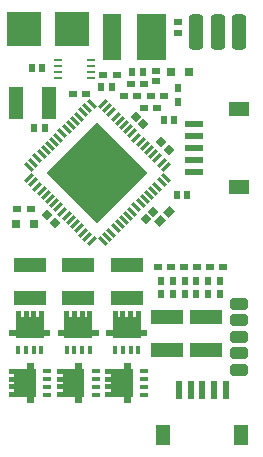
<source format=gtp>
G04*
G04 #@! TF.GenerationSoftware,Altium Limited,Altium Designer,25.0.2 (28)*
G04*
G04 Layer_Color=8421504*
%FSLAX44Y44*%
%MOMM*%
G71*
G04*
G04 #@! TF.SameCoordinates,503A90CA-BBE8-423F-B6A3-9968D9645D90*
G04*
G04*
G04 #@! TF.FilePolarity,Positive*
G04*
G01*
G75*
G04:AMPARAMS|DCode=16|XSize=1.5mm|YSize=1mm|CornerRadius=0.25mm|HoleSize=0mm|Usage=FLASHONLY|Rotation=0.000|XOffset=0mm|YOffset=0mm|HoleType=Round|Shape=RoundedRectangle|*
%AMROUNDEDRECTD16*
21,1,1.5000,0.5000,0,0,0.0*
21,1,1.0000,1.0000,0,0,0.0*
1,1,0.5000,0.5000,-0.2500*
1,1,0.5000,-0.5000,-0.2500*
1,1,0.5000,-0.5000,0.2500*
1,1,0.5000,0.5000,0.2500*
%
%ADD16ROUNDEDRECTD16*%
%ADD17R,0.6000X0.7500*%
%ADD18R,0.7500X0.6000*%
%ADD19R,0.6400X0.6000*%
%ADD20R,1.6000X3.9000*%
%ADD21R,0.8000X0.8000*%
%ADD22R,0.6000X0.6400*%
%ADD23R,3.0000X3.0000*%
G04:AMPARAMS|DCode=24|XSize=0.64mm|YSize=0.6mm|CornerRadius=0mm|HoleSize=0mm|Usage=FLASHONLY|Rotation=225.000|XOffset=0mm|YOffset=0mm|HoleType=Round|Shape=Rectangle|*
%AMROTATEDRECTD24*
4,1,4,0.0141,0.4384,0.4384,0.0141,-0.0141,-0.4384,-0.4384,-0.0141,0.0141,0.4384,0.0*
%
%ADD24ROTATEDRECTD24*%

G04:AMPARAMS|DCode=25|XSize=1.25mm|YSize=3mm|CornerRadius=0.3125mm|HoleSize=0mm|Usage=FLASHONLY|Rotation=0.000|XOffset=0mm|YOffset=0mm|HoleType=Round|Shape=RoundedRectangle|*
%AMROUNDEDRECTD25*
21,1,1.2500,2.3750,0,0,0.0*
21,1,0.6250,3.0000,0,0,0.0*
1,1,0.6250,0.3125,-1.1875*
1,1,0.6250,-0.3125,-1.1875*
1,1,0.6250,-0.3125,1.1875*
1,1,0.6250,0.3125,1.1875*
%
%ADD25ROUNDEDRECTD25*%
G04:AMPARAMS|DCode=26|XSize=0.64mm|YSize=0.6mm|CornerRadius=0mm|HoleSize=0mm|Usage=FLASHONLY|Rotation=135.000|XOffset=0mm|YOffset=0mm|HoleType=Round|Shape=Rectangle|*
%AMROTATEDRECTD26*
4,1,4,0.4384,-0.0141,0.0141,-0.4384,-0.4384,0.0141,-0.0141,0.4384,0.4384,-0.0141,0.0*
%
%ADD26ROTATEDRECTD26*%

%ADD27P,8.4853X4X180.0*%
G04:AMPARAMS|DCode=28|XSize=0.86mm|YSize=0.26mm|CornerRadius=0mm|HoleSize=0mm|Usage=FLASHONLY|Rotation=135.000|XOffset=0mm|YOffset=0mm|HoleType=Round|Shape=Rectangle|*
%AMROTATEDRECTD28*
4,1,4,0.3960,-0.2121,0.2121,-0.3960,-0.3960,0.2121,-0.2121,0.3960,0.3960,-0.2121,0.0*
%
%ADD28ROTATEDRECTD28*%

G04:AMPARAMS|DCode=29|XSize=0.26mm|YSize=0.86mm|CornerRadius=0mm|HoleSize=0mm|Usage=FLASHONLY|Rotation=135.000|XOffset=0mm|YOffset=0mm|HoleType=Round|Shape=Rectangle|*
%AMROTATEDRECTD29*
4,1,4,0.3960,0.2121,-0.2121,-0.3960,-0.3960,-0.2121,0.2121,0.3960,0.3960,0.2121,0.0*
%
%ADD29ROTATEDRECTD29*%

%ADD30R,1.3000X2.7000*%
G04:AMPARAMS|DCode=31|XSize=0.6mm|YSize=0.25mm|CornerRadius=0.0313mm|HoleSize=0mm|Usage=FLASHONLY|Rotation=180.000|XOffset=0mm|YOffset=0mm|HoleType=Round|Shape=RoundedRectangle|*
%AMROUNDEDRECTD31*
21,1,0.6000,0.1875,0,0,180.0*
21,1,0.5375,0.2500,0,0,180.0*
1,1,0.0625,-0.2688,0.0938*
1,1,0.0625,0.2688,0.0938*
1,1,0.0625,0.2688,-0.0938*
1,1,0.0625,-0.2688,-0.0938*
%
%ADD31ROUNDEDRECTD31*%
%ADD32R,1.6000X3.9000*%
%ADD33R,0.6000X1.5500*%
%ADD34R,1.2000X1.8000*%
%ADD35R,0.3400X0.8000*%
%ADD36R,0.4200X0.6600*%
%ADD37R,2.7000X1.3000*%
%ADD38R,0.6600X0.4200*%
%ADD39R,0.8000X0.3400*%
G04:AMPARAMS|DCode=40|XSize=0.6mm|YSize=0.75mm|CornerRadius=0mm|HoleSize=0mm|Usage=FLASHONLY|Rotation=315.000|XOffset=0mm|YOffset=0mm|HoleType=Round|Shape=Rectangle|*
%AMROTATEDRECTD40*
4,1,4,-0.4773,-0.0530,0.0530,0.4773,0.4773,0.0530,-0.0530,-0.4773,-0.4773,-0.0530,0.0*
%
%ADD40ROTATEDRECTD40*%

%ADD41R,1.5500X0.6000*%
%ADD42R,1.8000X1.2000*%
G36*
X92541Y257440D02*
X79106Y244006D01*
X65671Y257440D01*
X79106Y270876D01*
X92541Y257440D01*
D02*
G37*
G36*
X113755Y236227D02*
X100319Y222792D01*
X86884Y236227D01*
X100319Y249662D01*
X113755Y236227D01*
D02*
G37*
G36*
X71328D02*
X57893Y222792D01*
X44458Y236227D01*
X57893Y249662D01*
X71328Y236227D01*
D02*
G37*
G36*
X92541Y215014D02*
X79106Y201579D01*
X65671Y215014D01*
X79106Y228449D01*
X92541Y215014D01*
D02*
G37*
G36*
X115850Y103200D02*
X121300D01*
Y97500D01*
X115850D01*
Y95700D01*
X92150D01*
Y97500D01*
X86700D01*
Y103200D01*
X92150D01*
Y118700D01*
X96350D01*
Y114000D01*
X98650D01*
Y118700D01*
X102850D01*
Y114000D01*
X105150D01*
Y118700D01*
X109350D01*
Y114000D01*
X111650D01*
Y118700D01*
X115850D01*
Y103200D01*
D02*
G37*
G36*
X74850D02*
X80300D01*
Y97500D01*
X74850D01*
Y95700D01*
X51150D01*
Y97500D01*
X45700D01*
Y103200D01*
X51150D01*
Y118700D01*
X55350D01*
Y114000D01*
X57650D01*
Y118700D01*
X61850D01*
Y114000D01*
X64150D01*
Y118700D01*
X68350D01*
Y114000D01*
X70650D01*
Y118700D01*
X74850D01*
Y103200D01*
D02*
G37*
G36*
X33850D02*
X39300D01*
Y97500D01*
X33850D01*
Y95700D01*
X10150D01*
Y97500D01*
X4700D01*
Y103200D01*
X10150D01*
Y118700D01*
X14350D01*
Y114000D01*
X16650D01*
Y118700D01*
X20850D01*
Y114000D01*
X23150D01*
Y118700D01*
X27350D01*
Y114000D01*
X29650D01*
Y118700D01*
X33850D01*
Y103200D01*
D02*
G37*
G36*
X107200Y69850D02*
X109000D01*
Y46150D01*
X107200D01*
Y40700D01*
X101500D01*
Y46150D01*
X86000D01*
Y50350D01*
X90700D01*
Y52650D01*
X86000D01*
Y56850D01*
X90700D01*
Y59150D01*
X86000D01*
Y63350D01*
X90700D01*
Y65650D01*
X86000D01*
Y69850D01*
X101500D01*
Y75300D01*
X107200D01*
Y69850D01*
D02*
G37*
G36*
X66200D02*
X68000D01*
Y46150D01*
X66200D01*
Y40700D01*
X60500D01*
Y46150D01*
X45000D01*
Y50350D01*
X49700D01*
Y52650D01*
X45000D01*
Y56850D01*
X49700D01*
Y59150D01*
X45000D01*
Y63350D01*
X49700D01*
Y65650D01*
X45000D01*
Y69850D01*
X60500D01*
Y75300D01*
X66200D01*
Y69850D01*
D02*
G37*
G36*
X25200D02*
X27000D01*
Y46150D01*
X25200D01*
Y40700D01*
X19500D01*
Y46150D01*
X4000D01*
Y50350D01*
X8700D01*
Y52650D01*
X4000D01*
Y56850D01*
X8700D01*
Y59150D01*
X4000D01*
Y63350D01*
X8700D01*
Y65650D01*
X4000D01*
Y69850D01*
X19500D01*
Y75300D01*
X25200D01*
Y69850D01*
D02*
G37*
D16*
X199000Y69000D02*
D03*
Y83000D02*
D03*
Y97000D02*
D03*
Y111000D02*
D03*
Y125000D02*
D03*
D17*
X147000Y307750D02*
D03*
Y296250D02*
D03*
X143000Y133250D02*
D03*
Y144750D02*
D03*
X163000D02*
D03*
Y133250D02*
D03*
X183000Y144750D02*
D03*
Y133250D02*
D03*
X133000D02*
D03*
Y144750D02*
D03*
X153000Y133250D02*
D03*
Y144750D02*
D03*
X173000Y133250D02*
D03*
Y144750D02*
D03*
D18*
X124250Y301000D02*
D03*
X135750D02*
D03*
X101250D02*
D03*
X112750D02*
D03*
X118750Y311000D02*
D03*
X107250D02*
D03*
X22750Y205000D02*
D03*
X11250D02*
D03*
X129750Y291000D02*
D03*
X118250D02*
D03*
X58250Y303000D02*
D03*
X69750D02*
D03*
X95750Y319000D02*
D03*
X84250D02*
D03*
X141750Y156000D02*
D03*
X130250D02*
D03*
X152250D02*
D03*
X163750D02*
D03*
X185750D02*
D03*
X174250D02*
D03*
D19*
X129000Y313600D02*
D03*
Y322400D02*
D03*
X147000Y363400D02*
D03*
Y354600D02*
D03*
D20*
X130000Y351000D02*
D03*
D21*
X10500Y193000D02*
D03*
X25500D02*
D03*
X156500Y321000D02*
D03*
X141500D02*
D03*
D22*
X23600Y325000D02*
D03*
X32400D02*
D03*
X135600Y281000D02*
D03*
X144400D02*
D03*
X117400Y321000D02*
D03*
X108600D02*
D03*
X91400Y309000D02*
D03*
X82600D02*
D03*
X155400Y217000D02*
D03*
X146600D02*
D03*
X34400Y274000D02*
D03*
X25600D02*
D03*
D23*
X17000Y358000D02*
D03*
X58000D02*
D03*
D24*
X118111Y276889D02*
D03*
X111889Y283111D02*
D03*
X42867Y193766D02*
D03*
X36644Y199988D02*
D03*
X139387Y255637D02*
D03*
X133165Y261860D02*
D03*
D25*
X199000Y355000D02*
D03*
X163000D02*
D03*
X181000D02*
D03*
D26*
X119889Y196889D02*
D03*
X126111Y203111D02*
D03*
D27*
X79106Y236227D02*
D03*
D28*
X21230Y241071D02*
D03*
X24765Y244606D02*
D03*
X28301Y248142D02*
D03*
X31836Y251678D02*
D03*
X35372Y255213D02*
D03*
X38907Y258749D02*
D03*
X42443Y262284D02*
D03*
X45978Y265820D02*
D03*
X49514Y269355D02*
D03*
X53049Y272891D02*
D03*
X56585Y276426D02*
D03*
X60121Y279962D02*
D03*
X63656Y283497D02*
D03*
X67192Y287033D02*
D03*
X70727Y290569D02*
D03*
X74263Y294104D02*
D03*
X133447Y227848D02*
D03*
X129912Y224313D02*
D03*
X126376Y220777D02*
D03*
X122841Y217241D02*
D03*
X119305Y213706D02*
D03*
X115770Y210170D02*
D03*
X112234Y206635D02*
D03*
X108699Y203099D02*
D03*
X105163Y199564D02*
D03*
X101628Y196028D02*
D03*
X98092Y192493D02*
D03*
X94557Y188957D02*
D03*
X91021Y185422D02*
D03*
X87486Y181886D02*
D03*
X83950Y178351D02*
D03*
X136983Y231384D02*
D03*
D29*
X74263Y178351D02*
D03*
X70727Y181886D02*
D03*
X67192Y185422D02*
D03*
X63656Y188957D02*
D03*
X60121Y192493D02*
D03*
X56585Y196028D02*
D03*
X53049Y199564D02*
D03*
X49514Y203099D02*
D03*
X45978Y206635D02*
D03*
X42443Y210170D02*
D03*
X38907Y213706D02*
D03*
X35372Y217241D02*
D03*
X31836Y220777D02*
D03*
X28301Y224313D02*
D03*
X24765Y227848D02*
D03*
X21230Y231384D02*
D03*
X83950Y294104D02*
D03*
X87486Y290569D02*
D03*
X91021Y287033D02*
D03*
X94557Y283497D02*
D03*
X98092Y279962D02*
D03*
X105163Y272891D02*
D03*
X108699Y269355D02*
D03*
X112234Y265820D02*
D03*
X115770Y262284D02*
D03*
X119305Y258749D02*
D03*
X122841Y255213D02*
D03*
X126376Y251678D02*
D03*
X129912Y248142D02*
D03*
X133447Y244606D02*
D03*
X136983Y241071D02*
D03*
X101628Y276426D02*
D03*
D30*
X38000Y295000D02*
D03*
X10000D02*
D03*
D31*
X46000Y316500D02*
D03*
Y321500D02*
D03*
Y326500D02*
D03*
Y331500D02*
D03*
X74000D02*
D03*
Y326500D02*
D03*
Y321500D02*
D03*
Y316500D02*
D03*
D32*
X91500Y351000D02*
D03*
X120500D02*
D03*
D33*
X148000Y52320D02*
D03*
X168000D02*
D03*
X178000D02*
D03*
X188000D02*
D03*
X158000D02*
D03*
D34*
X135000Y13570D02*
D03*
X201000D02*
D03*
D35*
X31750Y113700D02*
D03*
X25250D02*
D03*
X18750D02*
D03*
X12250D02*
D03*
X53250D02*
D03*
X59750D02*
D03*
X66250D02*
D03*
X72750D02*
D03*
X94250D02*
D03*
X100750D02*
D03*
X107250D02*
D03*
X113750D02*
D03*
D36*
X25250Y86000D02*
D03*
X18750D02*
D03*
X31750D02*
D03*
X12250D02*
D03*
X53250D02*
D03*
X72750D02*
D03*
X59750D02*
D03*
X66250D02*
D03*
X94250D02*
D03*
X113750D02*
D03*
X100750D02*
D03*
X107250D02*
D03*
D37*
X171000Y86000D02*
D03*
Y114000D02*
D03*
X22000Y158000D02*
D03*
Y130000D02*
D03*
X138000Y86000D02*
D03*
Y114000D02*
D03*
X104000Y158000D02*
D03*
Y130000D02*
D03*
X63000Y158000D02*
D03*
Y130000D02*
D03*
D38*
X36700Y54750D02*
D03*
X77700Y48250D02*
D03*
Y67750D02*
D03*
Y54750D02*
D03*
Y61250D02*
D03*
X36700Y48250D02*
D03*
X36700Y67750D02*
D03*
X36700Y61250D02*
D03*
X118700Y48250D02*
D03*
Y67750D02*
D03*
Y54750D02*
D03*
Y61250D02*
D03*
D39*
X50000Y48250D02*
D03*
Y54750D02*
D03*
Y61250D02*
D03*
Y67750D02*
D03*
X9000Y48250D02*
D03*
Y54750D02*
D03*
Y61250D02*
D03*
Y67750D02*
D03*
X91000Y48250D02*
D03*
Y54750D02*
D03*
Y61250D02*
D03*
Y67750D02*
D03*
D40*
X140066Y203066D02*
D03*
X131934Y194934D02*
D03*
D41*
X160680Y247000D02*
D03*
Y277000D02*
D03*
Y267000D02*
D03*
Y257000D02*
D03*
Y237000D02*
D03*
D42*
X199430Y290000D02*
D03*
Y224000D02*
D03*
M02*

</source>
